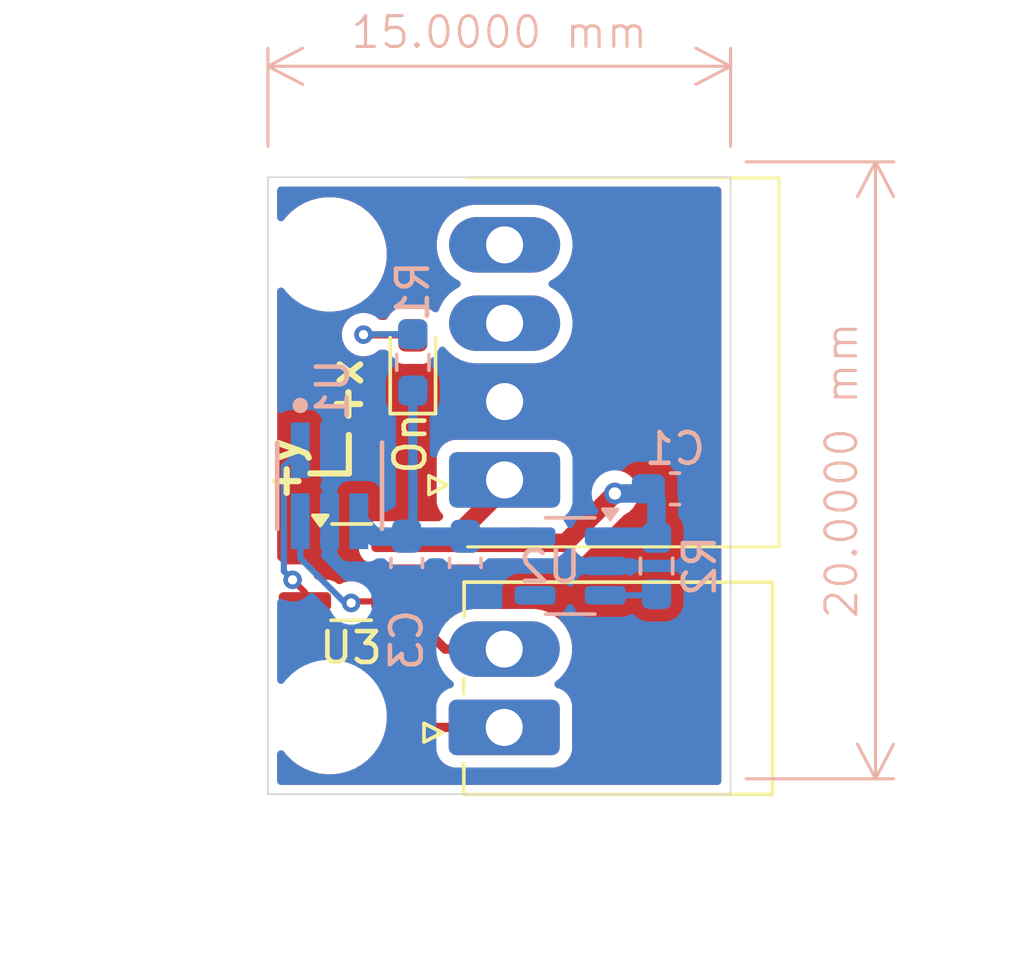
<source format=kicad_pcb>
(kicad_pcb (version 20240108) (generator "pcbnew") (generator_version "8.0")
  (layers (0 "F.Cu" signal) (31 "B.Cu" signal) (34 "B.Paste" user) (35 "F.Paste" user) (36 "B.SilkS" user "B.Silkscreen") (37 "F.SilkS" user "F.Silkscreen") (38 "B.Mask" user) (39 "F.Mask" user) (44 "Edge.Cuts" user))
  (net 0 "")
  (net 1 "+5V")
  (net 2 "Net-(U2-EN)")
  (net 3 "+3V3")
  (net 6 "Net-(D1-A)")
  (net 7 "I2C_SCL")
  (net 8 "I2C_SDA")
  (net 10 "GND")
  (footprint "Temporary Common:Pluggable_Terminal_2.54mm_4P_Horizontal" (layer "F.Cu") (at 54.225 86.28 90)
    (property "Reference" "CanIn1" (hide yes))
    (property "Value" "Conn_01x04_MountingPin")
    (fp_line (start -3.9 1) (end -4.2 1.6) (stroke (width 0.12)) (layer "F.SilkS"))
    (fp_line (start -4.5 1) (end -3.9 1) (stroke (width 0.12)) (layer "F.SilkS"))
    (fp_line (start -4.2 1.6) (end -4.5 1) (stroke (width 0.12)) (layer "F.SilkS"))
    (fp_line (start 5.76 2.25) (end 5.76 12.35) (stroke (width 0.1)) (layer "F.SilkS"))
    (fp_line (start -6.2 2.25) (end -6.2 12.35) (stroke (width 0.1)) (layer "F.SilkS"))
    (fp_line (start -6.2 12.35) (end 5.76 12.35) (stroke (width 0.1)) (layer "F.SilkS"))
    (pad "1" thru_hole roundrect (at -4.03 3.45 90) (size 1.8 3.6) (drill 1.2) (layers "*.Cu" "*.Mask") (roundrect_rratio 0.138889) (net 1 "+5V"))
    (pad "2" thru_hole oval (at -1.49 3.45 90) (size 1.8 3.6) (drill 1.2) (layers "*.Cu" "*.Mask") (net 10 "GND"))
    (pad "3" thru_hole oval (at 1.05 3.45 90) (size 1.8 3.6) (drill 1.2) (layers "*.Cu" "*.Mask"))
    (pad "4" thru_hole oval (at 3.59 3.45 90) (size 1.8 3.6) (drill 1.2) (layers "*.Cu" "*.Mask"))
  )
  (footprint "MountingHole:MountingHole_3.2mm_M3" (layer "F.Cu") (at 52 83)
    (property "Reference" "H1" (hide yes))
    (property "Value" "MountingHole")
    (pad "" np_thru_hole circle (at 0 0) (size 3.2 3.2) (drill 3.2) (layers "*.Cu" "*.Mask"))
  )
  (footprint "LED_SMD:LED_0603_1608Metric_Pad1.05x0.95mm_HandSolder" (layer "F.Cu") (at 54.7 86.5 90)
    (property "Reference" "D1" (hide yes))
    (property "Value" "LED")
    (fp_line (start 0.8 -0.735) (end -1.66 -0.735) (stroke (width 0.12)) (layer "F.SilkS"))
    (fp_line (start -1.66 -0.735) (end -1.66 0.735) (stroke (width 0.12)) (layer "F.SilkS"))
    (fp_line (start -1.66 0.735) (end 0.8 0.735) (stroke (width 0.12)) (layer "F.SilkS"))
    (pad "1" smd roundrect (at -0.875 0 90) (size 1.05 0.95) (layers "F.Cu" "F.Paste" "F.Mask") (net 10 "GND"))
    (pad "2" smd roundrect (at 0.875 0 90) (size 1.05 0.95) (layers "F.Cu" "F.Paste" "F.Mask") (net 6 "Net-(D1-A)"))
  )
  (footprint "Package_TO_SOT_SMD:SOT-143_Handsoldering" (layer "F.Cu") (at 52.7 93.3)
    (property "Reference" "U3" (at -0.007689 2.457124 0) (layer "F.SilkS"))
    (property "Value" "DRTR5V0U2SRQ")
    (fp_line (start -0.65 1.56) (end 0.65 1.56) (stroke (width 0.12)) (layer "F.SilkS"))
    (fp_line (start 0.65 -1.56) (end -0.62 -1.56) (stroke (width 0.12)) (layer "F.SilkS"))
    (fp_poly (pts (xy -1 -1.51) (xy -1.24 -1.84) (xy -0.76 -1.84) (xy -1 -1.51)) (stroke (width 0.12)) (fill solid) (layer "F.SilkS"))
    (pad "1" smd roundrect (at -1.5 -0.75) (size 1.7 1) (layers "F.Cu" "F.Paste" "F.Mask") (net 10 "GND"))
    (pad "2" smd roundrect (at -1.5 0.95) (size 1.7 0.6) (layers "F.Cu" "F.Paste" "F.Mask") (net 7 "I2C_SCL"))
    (pad "3" smd roundrect (at 1.5 0.95) (size 1.7 0.6) (layers "F.Cu" "F.Paste" "F.Mask") (net 8 "I2C_SDA"))
    (pad "4" smd roundrect (at 1.5 -0.95) (size 1.7 0.6) (layers "F.Cu" "F.Paste" "F.Mask") (net 1 "+5V"))
  )
  (footprint "Temporary Common:Pluggable_Terminal_2.54mm_2P_Horizontal" (layer "F.Cu") (at 52.3625 96.505 90)
    (property "Reference" "I2CIn1" (hide yes))
    (property "Value" "Conn_01x02_MountingPin")
    (fp_line (start -1.7 2.7) (end -2 3.3) (stroke (width 0.12)) (layer "F.SilkS"))
    (fp_line (start -2.3 2.7) (end -1.7 2.7) (stroke (width 0.12)) (layer "F.SilkS"))
    (fp_line (start -2 3.3) (end -2.3 2.7) (stroke (width 0.12)) (layer "F.SilkS"))
    (fp_line (start -0.745 3.99) (end -0.255 3.99) (stroke (width 0.12)) (layer "F.SilkS"))
    (fp_line (start -4 3.99) (end -3 3.99) (stroke (width 0.12)) (layer "F.SilkS"))
    (fp_line (start 2.88 4) (end 1.75 4) (stroke (width 0.12)) (layer "F.SilkS"))
    (fp_line (start -4 4) (end -4 14) (stroke (width 0.12)) (layer "F.SilkS"))
    (fp_line (start 2.88 14) (end 2.88 4) (stroke (width 0.12)) (layer "F.SilkS"))
    (fp_line (start -4 14) (end 2.88 14) (stroke (width 0.12)) (layer "F.SilkS"))
    (pad "1" thru_hole roundrect (at -1.83 5.3 90) (size 1.8 3.6) (drill 1.2) (layers "*.Cu" "*.Mask") (roundrect_rratio 0.138889) (net 7 "I2C_SCL"))
    (pad "2" thru_hole oval (at 0.71 5.3 90) (size 1.8 3.6) (drill 1.2) (layers "*.Cu" "*.Mask") (net 8 "I2C_SDA"))
  )
  (footprint "MountingHole:MountingHole_3.2mm_M3" (layer "F.Cu") (at 52 98)
    (property "Reference" "H2" (hide yes))
    (property "Value" "MountingHole")
    (pad "" np_thru_hole circle (at 0 0) (size 3.2 3.2) (drill 3.2) (layers "*.Cu" "*.Mask"))
  )
  (footprint "Resistor_SMD:R_0603_1608Metric_Pad0.98x0.95mm_HandSolder" (layer "B.Cu") (at 54.7 86.5 90)
    (property "Reference" "R1" (at 2.3 0 -90) (layer "B.SilkS") (effects (justify mirror)))
    (property "Value" "2.2k")
    (fp_line (start 0.254724 -0.5225) (end -0.254724 -0.5225) (stroke (width 0.12)) (layer "B.SilkS"))
    (fp_line (start 0.254724 0.5225) (end -0.254724 0.5225) (stroke (width 0.12)) (layer "B.SilkS"))
    (pad "1" smd roundrect (at -0.9125 0 90) (size 0.975 0.95) (layers "B.Cu" "B.Paste" "B.Mask") (net 3 "+3V3"))
    (pad "2" smd roundrect (at 0.9125 0 90) (size 0.975 0.95) (layers "B.Cu" "B.Paste" "B.Mask") (net 6 "Net-(D1-A)"))
  )
  (footprint "Capacitor_SMD:C_0603_1608Metric_Pad1.08x0.95mm_HandSolder" (layer "B.Cu") (at 63.2 90.6)
    (property "Reference" "C1" (at 0 -1.3 0) (layer "B.SilkS") (effects (justify mirror)))
    (property "Value" "2.2u")
    (fp_line (start 0.146267 -0.51) (end -0.146267 -0.51) (stroke (width 0.12)) (layer "B.SilkS"))
    (fp_line (start 0.146267 0.51) (end -0.146267 0.51) (stroke (width 0.12)) (layer "B.SilkS"))
    (pad "1" smd roundrect (at -0.8625 0) (size 1.075 0.95) (layers "B.Cu" "B.Paste" "B.Mask") (net 1 "+5V"))
    (pad "2" smd roundrect (at 0.8625 0) (size 1.075 0.95) (layers "B.Cu" "B.Paste" "B.Mask") (net 10 "GND"))
  )
  (footprint "Resistor_SMD:R_0603_1608Metric_Pad0.98x0.95mm_HandSolder" (layer "B.Cu") (at 62.6 93.1 -90)
    (property "Reference" "R2" (at 0 -1.4 90) (layer "B.SilkS") (effects (justify mirror)))
    (property "Value" "100k")
    (fp_line (start 0.254724 0.5225) (end -0.254724 0.5225) (stroke (width 0.12)) (layer "B.SilkS"))
    (fp_line (start 0.254724 -0.5225) (end -0.254724 -0.5225) (stroke (width 0.12)) (layer "B.SilkS"))
    (pad "1" smd roundrect (at -0.9125 0 270) (size 0.975 0.95) (layers "B.Cu" "B.Paste" "B.Mask") (net 1 "+5V"))
    (pad "2" smd roundrect (at 0.9125 0 270) (size 0.975 0.95) (layers "B.Cu" "B.Paste" "B.Mask") (net 2 "Net-(U2-EN)"))
  )
  (footprint "Capacitor_SMD:C_0603_1608Metric_Pad1.08x0.95mm_HandSolder" (layer "B.Cu") (at 54.5 93 -90)
    (property "Reference" "C3" (at 2.5 0 90) (layer "B.SilkS") (effects (justify mirror)))
    (property "Value" "100n")
    (fp_line (start 0.146267 0.51) (end -0.146267 0.51) (stroke (width 0.12)) (layer "B.SilkS"))
    (fp_line (start 0.146267 -0.51) (end -0.146267 -0.51) (stroke (width 0.12)) (layer "B.SilkS"))
    (pad "1" smd roundrect (at -0.8625 0 270) (size 1.075 0.95) (layers "B.Cu" "B.Paste" "B.Mask") (net 3 "+3V3"))
    (pad "2" smd roundrect (at 0.8625 0 270) (size 1.075 0.95) (layers "B.Cu" "B.Paste" "B.Mask") (net 10 "GND"))
  )
  (footprint "Package_TO_SOT_SMD:SOT-23-5" (layer "B.Cu") (at 59.8 93.1 180)
    (property "Reference" "U2" (at 0.655175 -0.027161 180) (layer "B.SilkS") (effects (justify mirror)))
    (property "Value" "TPMIC5504-3.3YM5")
    (fp_line (start 0.8 1.56) (end 0 1.56) (stroke (width 0.12)) (layer "B.SilkS"))
    (fp_line (start 0.8 -1.56) (end 0 -1.56) (stroke (width 0.12)) (layer "B.SilkS"))
    (fp_line (start -0.8 1.56) (end 0 1.56) (stroke (width 0.12)) (layer "B.SilkS"))
    (fp_line (start -0.8 -1.56) (end 0 -1.56) (stroke (width 0.12)) (layer "B.SilkS"))
    (fp_poly (pts (xy -1.3 1.51) (xy -1.54 1.84) (xy -1.06 1.84) (xy -1.3 1.51)) (stroke (width 0.12)) (fill solid) (layer "B.SilkS"))
    (pad "1" smd roundrect (at -1.1375 0.95 180) (size 1.325 0.6) (layers "B.Cu" "B.Paste" "B.Mask") (net 1 "+5V"))
    (pad "2" smd roundrect (at -1.1375 0 180) (size 1.325 0.6) (layers "B.Cu" "B.Paste" "B.Mask") (net 10 "GND"))
    (pad "3" smd roundrect (at -1.1375 -0.95 180) (size 1.325 0.6) (layers "B.Cu" "B.Paste" "B.Mask") (net 2 "Net-(U2-EN)"))
    (pad "4" smd roundrect (at 1.1375 -0.95 180) (size 1.325 0.6) (layers "B.Cu" "B.Paste" "B.Mask"))
    (pad "5" smd roundrect (at 1.1375 0.95 180) (size 1.325 0.6) (layers "B.Cu" "B.Paste" "B.Mask") (net 3 "+3V3"))
  )
  (footprint "footprints:DBV0006A-IPC_A" (layer "B.Cu") (at 52 90.5 -90)
    (property "Reference" "U1" (at -3.1 -0.1 90) (layer "B.SilkS") (effects (justify mirror)))
    (property "Value" "TMAG5273B1QDBVR" (hide yes))
    (fp_line (start 1.4 1.699999) (end -1.4 1.699999) (stroke (width 0.15)) (layer "B.SilkS"))
    (fp_line (start 1.4 -1.699999) (end -1.4 -1.699999) (stroke (width 0.15)) (layer "B.SilkS"))
    (fp_circle (center -2.603101 0.950001) (end -2.4781 0.950001) (stroke (width 0.25)) (fill none) (layer "B.SilkS"))
    (pad "1" smd rect (at -1.150483 0.950001 270) (size 1.805236 0.609806) (layers "B.Cu" "B.Paste" "B.Mask") (net 7 "I2C_SCL"))
    (pad "2" smd rect (at -1.150483 0 270) (size 1.805236 0.609806) (layers "B.Cu" "B.Paste" "B.Mask") (net 10 "GND"))
    (pad "3" smd rect (at -1.150483 -0.950001 270) (size 1.805236 0.609806) (layers "B.Cu" "B.Paste" "B.Mask") (net 10 "GND"))
    (pad "4" smd rect (at 1.150483 -0.950001 270) (size 1.805236 0.609806) (layers "B.Cu" "B.Paste" "B.Mask") (net 3 "+3V3"))
    (pad "5" smd rect (at 1.150483 0 270) (size 1.805236 0.609806) (layers "B.Cu" "B.Paste" "B.Mask") (net 10 "GND"))
    (pad "6" smd rect (at 1.150483 0.950001 270) (size 1.805236 0.609806) (layers "B.Cu" "B.Paste" "B.Mask") (net 8 "I2C_SDA"))
  )
  (footprint "Capacitor_SMD:C_0603_1608Metric_Pad1.08x0.95mm_HandSolder" (layer "B.Cu") (at 56.4 93 -90)
    (property "Reference" "C4" (hide yes))
    (property "Value" "1u")
    (fp_line (start 0.146267 0.51) (end -0.146267 0.51) (stroke (width 0.12)) (layer "B.SilkS"))
    (fp_line (start 0.146267 -0.51) (end -0.146267 -0.51) (stroke (width 0.12)) (layer "B.SilkS"))
    (pad "1" smd roundrect (at -0.8625 0 270) (size 1.075 0.95) (layers "B.Cu" "B.Paste" "B.Mask") (net 3 "+3V3"))
    (pad "2" smd roundrect (at 0.8625 0 270) (size 1.075 0.95) (layers "B.Cu" "B.Paste" "B.Mask") (net 10 "GND"))
  )
  (gr_line (start 52.625 90.099999) (end 51.375 90.099999) (stroke (width 0.2)) (layer "F.SilkS"))
  (gr_line (start 52.625 90.099999) (end 52.625 88.849999) (stroke (width 0.2)) (layer "F.SilkS"))
  (gr_rect (start 50 80.5) (end 65 100.5) (stroke (width 0.05)) (fill none) (layer "Edge.Cuts"))
  (gr_text "+x" (at 53.125 88.599999 90) (layer "F.SilkS") (effects (font (size 1 1) (thickness 0.2) (bold yes)) (justify left bottom)))
  (gr_text "On" (at 55.2 90.2 90) (layer "F.SilkS") (effects (font (size 1 1)) (justify left bottom)))
  (gr_text "+y" (at 51.125 91.099999 90) (layer "F.SilkS") (effects (font (size 1 1) (thickness 0.2) (bold yes)) (justify left bottom)))
  (dimension (type aligned) (layer "B.SilkS") (pts (xy 50 80) (xy 65 80)) (height -3.1) (gr_text "15.0000 mm" (at 57.5 75.8 0) (layer "B.SilkS") (effects (font (size 1 1) (thickness 0.1)))) (format (prefix "") (suffix "") (units 3) (units_format 1) (precision 4)) (style (thickness 0.1) (arrow_length 1.27) (text_position_mode 0) (extension_height 0.58642) (extension_offset 0.5) keep_text_aligned))
  (dimension (type aligned) (layer "B.SilkS") (pts (xy 65 80) (xy 65 100)) (height -4.7) (gr_text "20.0000 mm" (at 68.6 90 90) (layer "B.SilkS") (effects (font (size 1 1) (thickness 0.1)))) (format (prefix "") (suffix "") (units 3) (units_format 1) (precision 4)) (style (thickness 0.1) (arrow_length 1.27) (text_position_mode 0) (extension_height 0.58642) (extension_offset 0.5) keep_text_aligned))
  (segment (start 55.8725 92.35) (end 57.6625 90.56) (width 0.6) (layer "F.Cu") (net 1))
  (segment (start 54.1 92.35) (end 55.8725 92.35) (width 0.6) (layer "F.Cu") (net 1))
  (segment (start 59.65 92.35) (end 55.85 92.35) (width 0.6) (layer "F.Cu") (net 1))
  (segment (start 55.85 92.35) (end 55.8725 92.35) (width 0.6) (layer "F.Cu") (net 1))
  (segment (start 61.25 90.75) (end 59.65 92.35) (width 0.6) (layer "F.Cu") (net 1))
  (via (at 61.25 90.75) (size 0.7) (drill 0.4) (layers "F.Cu" "B.Cu") (net 1))
  (segment (start 62.6 92.1875) (end 62.6 90.9625) (width 0.6) (layer "B.Cu") (net 1))
  (segment (start 61.25 90.75) (end 62.1875 90.75) (width 0.6) (layer "B.Cu") (net 1))
  (segment (start 62.5625 92.15) (end 62.6 92.1875) (width 0.6) (layer "B.Cu") (net 1))
  (segment (start 62.1875 90.75) (end 62.3375 90.6) (width 0.6) (layer "B.Cu") (net 1))
  (segment (start 62.6 90.9625) (end 62.2375 90.6) (width 0.6) (layer "B.Cu") (net 1))
  (segment (start 60.9375 92.15) (end 62.5625 92.15) (width 0.6) (layer "B.Cu") (net 1))
  (segment (start 62.1975 90.56) (end 62.2375 90.6) (width 0.6) (layer "B.Cu") (net 1))
  (segment (start 62.5625 94.05) (end 62.6 94.0125) (width 0.2) (layer "B.Cu") (net 2))
  (segment (start 60.9375 94.05) (end 62.5625 94.05) (width 0.2) (layer "B.Cu") (net 2))
  (segment (start 58.6625 92.15) (end 54.7 92.15) (width 0.6) (layer "B.Cu") (net 3))
  (segment (start 54.7 92.15) (end 53.449518 92.15) (width 0.6) (layer "B.Cu") (net 3))
  (segment (start 54.7 92.15) (end 54.7 87.5) (width 0.3) (layer "B.Cu") (net 3))
  (segment (start 53.449518 92.15) (end 52.950001 91.650483) (width 0.6) (layer "B.Cu") (net 3))
  (segment (start 53.125 85.625) (end 54.7 85.625) (width 0.2) (layer "F.Cu") (net 6))
  (segment (start 53.1 85.6) (end 53.125 85.625) (width 0.2) (layer "F.Cu") (net 6))
  (via (at 53.1 85.6) (size 0.6) (drill 0.3) (layers "F.Cu" "B.Cu") (net 6))
  (segment (start 53.1 85.6) (end 53.1125 85.5875) (width 0.2) (layer "B.Cu") (net 6))
  (segment (start 53.1125 85.5875) (end 54.7 85.5875) (width 0.2) (layer "B.Cu") (net 6))
  (segment (start 51.2 93.949265) (end 51.2 94.25) (width 0.2) (layer "F.Cu") (net 7))
  (segment (start 50.800735 93.55) (end 51.2 93.949265) (width 0.2) (layer "F.Cu") (net 7))
  (segment (start 55.285 98.335) (end 51.2 94.25) (width 0.3) (layer "F.Cu") (net 7))
  (segment (start 57.6625 98.335) (end 55.285 98.335) (width 0.3) (layer "F.Cu") (net 7))
  (via (at 50.800735 93.55) (size 0.6) (drill 0.3) (layers "F.Cu" "B.Cu") (net 7))
  (segment (start 50.518096 93.267361) (end 50.518096 89.88142) (width 0.2) (layer "B.Cu") (net 7))
  (segment (start 50.518096 89.88142) (end 51.049999 89.349517) (width 0.2) (layer "B.Cu") (net 7))
  (segment (start 50.800735 93.55) (end 50.518096 93.267361) (width 0.2) (layer "B.Cu") (net 7))
  (segment (start 52.75 94.25) (end 52.7 94.3) (width 0.2) (layer "F.Cu") (net 8))
  (segment (start 57.6625 95.795) (end 55.745 95.795) (width 0.3) (layer "F.Cu") (net 8))
  (segment (start 55.745 95.795) (end 54.2 94.25) (width 0.3) (layer "F.Cu") (net 8))
  (segment (start 54.2 94.25) (end 52.75 94.25) (width 0.2) (layer "F.Cu") (net 8))
  (via (at 52.7 94.3) (size 0.6) (drill 0.3) (layers "F.Cu" "B.Cu") (net 8))
  (segment (start 51.049999 92.849999) (end 51.049999 91.650483) (width 0.2) (layer "B.Cu") (net 8))
  (segment (start 52.5 94.3) (end 51.049999 92.849999) (width 0.2) (layer "B.Cu") (net 8))
  (segment (start 52.7 94.3) (end 52.5 94.3) (width 0.2) (layer "B.Cu") (net 8))
  (segment (start 60.9375 93.1) (end 63.3 93.1) (width 0.4) (layer "B.Cu") (net 10))
  (zone (net 10) (net_name "GND") (layers "F&B.Cu") (connect_pads yes (clearance 0.4)) (min_thickness 0.25) (fill yes (thermal_gap 0.5) (thermal_bridge_width 0.5))
    (polygon (pts (xy 50 80.5) (xy 65 80.5) (xy 65 100.5) (xy 50 100.5)))
  )
)
</source>
